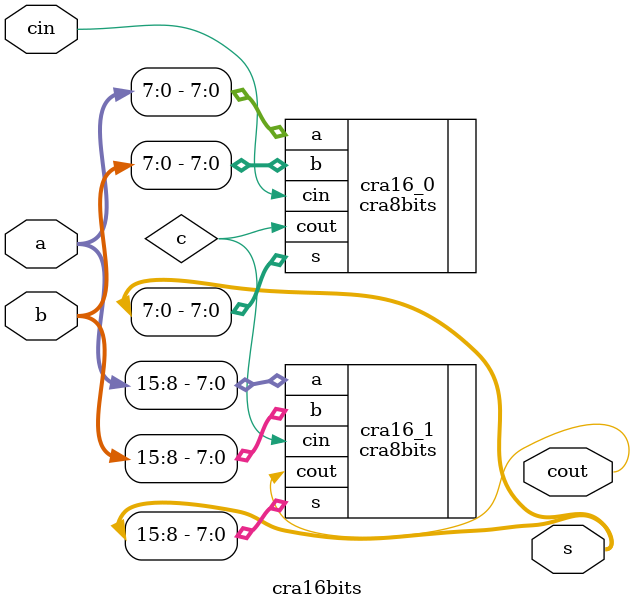
<source format=v>


// Unless required by applicable law or agreed to in writing, software
// distributed under the License is distributed on an "AS IS" BASIS,
// WITHOUT WARRANTIES OR CONDITIONS OF ANY KIND, either express or implied.
// See the License for the specific language governing permissions and
// limitations under the License.
//
//-----------------------------------------------------
// Design Name : cra16bits
// File Name   : cra16bits.v
// Function    : Carry Ripple Adder to 16 bits 
// Coder       : Jucemar Monteiro
//-----------------------------------------------------

module cra16bits (cin,a,b,s,cout);
	parameter n = 16;
	parameter m = 8;
	input  cin;	
	input  [n-1:0] a;
	input  [n-1:0] b;
	output  [n-1:0] s;
	output  cout;
	
	wire c;

	cra8bits cra16_0 (.cin(cin),.a(a[m-1:0]),.b(b[m-1:0]),.s(s[m-1:0]),.cout(c));
	cra8bits cra16_1 (.cin(c),.a(a[n-1:m]),.b(b[n-1:m]),.s(s[n-1:m]),.cout(cout));
endmodule

</source>
